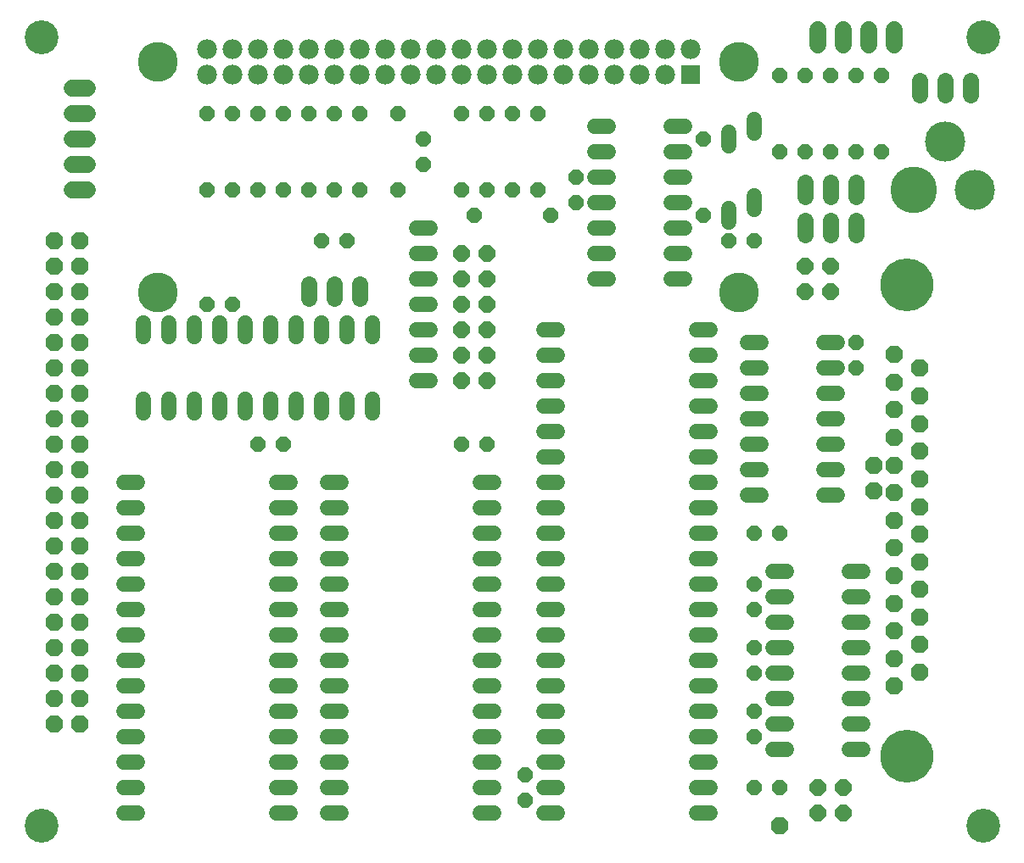
<source format=gbs>
G75*
%MOIN*%
%OFA0B0*%
%FSLAX24Y24*%
%IPPOS*%
%LPD*%
%AMOC8*
5,1,8,0,0,1.08239X$1,22.5*
%
%ADD10C,0.1330*%
%ADD11OC8,0.0600*%
%ADD12C,0.0600*%
%ADD13C,0.0640*%
%ADD14OC8,0.0640*%
%ADD15C,0.0680*%
%ADD16OC8,0.0680*%
%ADD17C,0.2080*%
%ADD18R,0.0780X0.0780*%
%ADD19C,0.0780*%
%ADD20C,0.1563*%
%ADD21C,0.1830*%
%ADD22C,0.1580*%
D10*
X001680Y001680D03*
X038680Y001680D03*
X038680Y032680D03*
X001680Y032680D03*
D11*
X008180Y029680D03*
X009180Y029680D03*
X010180Y029680D03*
X011180Y029680D03*
X012180Y029680D03*
X013180Y029680D03*
X014180Y029680D03*
X015680Y029680D03*
X016680Y028680D03*
X016680Y027680D03*
X015680Y026680D03*
X014180Y026680D03*
X013180Y026680D03*
X012180Y026680D03*
X011180Y026680D03*
X010180Y026680D03*
X009180Y026680D03*
X008180Y026680D03*
X012680Y024680D03*
X013680Y024680D03*
X009180Y022180D03*
X008180Y022180D03*
X010180Y016680D03*
X011180Y016680D03*
X018180Y016680D03*
X019180Y016680D03*
X028680Y024680D03*
X029680Y024680D03*
X027680Y025680D03*
X030680Y028180D03*
X031680Y028180D03*
X032680Y028180D03*
X033680Y028180D03*
X034680Y028180D03*
X034680Y031180D03*
X033680Y031180D03*
X032680Y031180D03*
X031680Y031180D03*
X030680Y031180D03*
X027680Y028680D03*
X022680Y027180D03*
X022680Y026180D03*
X021680Y025680D03*
X021180Y026680D03*
X020180Y026680D03*
X019180Y026680D03*
X018180Y026680D03*
X018680Y025680D03*
X018180Y029680D03*
X019180Y029680D03*
X020180Y029680D03*
X021180Y029680D03*
X033680Y020680D03*
X033680Y019680D03*
X030680Y013180D03*
X029680Y013180D03*
X029680Y011180D03*
X029680Y010180D03*
X029680Y008680D03*
X029680Y007680D03*
X029680Y006180D03*
X029680Y005180D03*
X029680Y003180D03*
X030680Y003180D03*
X020680Y002680D03*
X020680Y003680D03*
D12*
X021420Y003180D02*
X021940Y003180D01*
X021940Y002180D02*
X021420Y002180D01*
X019440Y002180D02*
X018920Y002180D01*
X018920Y003180D02*
X019440Y003180D01*
X019440Y004180D02*
X018920Y004180D01*
X018920Y005180D02*
X019440Y005180D01*
X019440Y006180D02*
X018920Y006180D01*
X018920Y007180D02*
X019440Y007180D01*
X019440Y008180D02*
X018920Y008180D01*
X018920Y009180D02*
X019440Y009180D01*
X019440Y010180D02*
X018920Y010180D01*
X018920Y011180D02*
X019440Y011180D01*
X019440Y012180D02*
X018920Y012180D01*
X018920Y013180D02*
X019440Y013180D01*
X019440Y014180D02*
X018920Y014180D01*
X018920Y015180D02*
X019440Y015180D01*
X021420Y015180D02*
X021940Y015180D01*
X021940Y014180D02*
X021420Y014180D01*
X021420Y013180D02*
X021940Y013180D01*
X021940Y012180D02*
X021420Y012180D01*
X021420Y011180D02*
X021940Y011180D01*
X021940Y010180D02*
X021420Y010180D01*
X021420Y009180D02*
X021940Y009180D01*
X021940Y008180D02*
X021420Y008180D01*
X021420Y007180D02*
X021940Y007180D01*
X021940Y006180D02*
X021420Y006180D01*
X021420Y005180D02*
X021940Y005180D01*
X021940Y004180D02*
X021420Y004180D01*
X027420Y004180D02*
X027940Y004180D01*
X027940Y003180D02*
X027420Y003180D01*
X027420Y002180D02*
X027940Y002180D01*
X030420Y004680D02*
X030940Y004680D01*
X030940Y005680D02*
X030420Y005680D01*
X030420Y006680D02*
X030940Y006680D01*
X030940Y007680D02*
X030420Y007680D01*
X030420Y008680D02*
X030940Y008680D01*
X030940Y009680D02*
X030420Y009680D01*
X030420Y010680D02*
X030940Y010680D01*
X030940Y011680D02*
X030420Y011680D01*
X027940Y011180D02*
X027420Y011180D01*
X027420Y012180D02*
X027940Y012180D01*
X027940Y013180D02*
X027420Y013180D01*
X027420Y014180D02*
X027940Y014180D01*
X027940Y015180D02*
X027420Y015180D01*
X027420Y016180D02*
X027940Y016180D01*
X027940Y017180D02*
X027420Y017180D01*
X027420Y018180D02*
X027940Y018180D01*
X027940Y019180D02*
X027420Y019180D01*
X027420Y020180D02*
X027940Y020180D01*
X027940Y021180D02*
X027420Y021180D01*
X029420Y020680D02*
X029940Y020680D01*
X029940Y019680D02*
X029420Y019680D01*
X029420Y018680D02*
X029940Y018680D01*
X029940Y017680D02*
X029420Y017680D01*
X029420Y016680D02*
X029940Y016680D01*
X029940Y015680D02*
X029420Y015680D01*
X029420Y014680D02*
X029940Y014680D01*
X032420Y014680D02*
X032940Y014680D01*
X032940Y015680D02*
X032420Y015680D01*
X032420Y016680D02*
X032940Y016680D01*
X032940Y017680D02*
X032420Y017680D01*
X032420Y018680D02*
X032940Y018680D01*
X032940Y019680D02*
X032420Y019680D01*
X032420Y020680D02*
X032940Y020680D01*
X028680Y025420D02*
X028680Y025940D01*
X029680Y025920D02*
X029680Y026440D01*
X028680Y028420D02*
X028680Y028940D01*
X029680Y028920D02*
X029680Y029440D01*
X026940Y029180D02*
X026420Y029180D01*
X026420Y028180D02*
X026940Y028180D01*
X026940Y027180D02*
X026420Y027180D01*
X026420Y026180D02*
X026940Y026180D01*
X026940Y025180D02*
X026420Y025180D01*
X026420Y024180D02*
X026940Y024180D01*
X026940Y023180D02*
X026420Y023180D01*
X023940Y023180D02*
X023420Y023180D01*
X023420Y024180D02*
X023940Y024180D01*
X023940Y025180D02*
X023420Y025180D01*
X023420Y026180D02*
X023940Y026180D01*
X023940Y027180D02*
X023420Y027180D01*
X023420Y028180D02*
X023940Y028180D01*
X023940Y029180D02*
X023420Y029180D01*
X016940Y025180D02*
X016420Y025180D01*
X016420Y024180D02*
X016940Y024180D01*
X016940Y023180D02*
X016420Y023180D01*
X016420Y022180D02*
X016940Y022180D01*
X016940Y021180D02*
X016420Y021180D01*
X016420Y020180D02*
X016940Y020180D01*
X016940Y019180D02*
X016420Y019180D01*
X014680Y018440D02*
X014680Y017920D01*
X013680Y017920D02*
X013680Y018440D01*
X012680Y018440D02*
X012680Y017920D01*
X011680Y017920D02*
X011680Y018440D01*
X010680Y018440D02*
X010680Y017920D01*
X009680Y017920D02*
X009680Y018440D01*
X008680Y018440D02*
X008680Y017920D01*
X007680Y017920D02*
X007680Y018440D01*
X006680Y018440D02*
X006680Y017920D01*
X005680Y017920D02*
X005680Y018440D01*
X005680Y020920D02*
X005680Y021440D01*
X006680Y021440D02*
X006680Y020920D01*
X007680Y020920D02*
X007680Y021440D01*
X008680Y021440D02*
X008680Y020920D01*
X009680Y020920D02*
X009680Y021440D01*
X010680Y021440D02*
X010680Y020920D01*
X011680Y020920D02*
X011680Y021440D01*
X012680Y021440D02*
X012680Y020920D01*
X013680Y020920D02*
X013680Y021440D01*
X014680Y021440D02*
X014680Y020920D01*
X021420Y021180D02*
X021940Y021180D01*
X021940Y020180D02*
X021420Y020180D01*
X021420Y019180D02*
X021940Y019180D01*
X021940Y018180D02*
X021420Y018180D01*
X021420Y017180D02*
X021940Y017180D01*
X021940Y016180D02*
X021420Y016180D01*
X027420Y010180D02*
X027940Y010180D01*
X027940Y009180D02*
X027420Y009180D01*
X027420Y008180D02*
X027940Y008180D01*
X027940Y007180D02*
X027420Y007180D01*
X027420Y006180D02*
X027940Y006180D01*
X027940Y005180D02*
X027420Y005180D01*
X033420Y004680D02*
X033940Y004680D01*
X033940Y005680D02*
X033420Y005680D01*
X033420Y006680D02*
X033940Y006680D01*
X033940Y007680D02*
X033420Y007680D01*
X033420Y008680D02*
X033940Y008680D01*
X033940Y009680D02*
X033420Y009680D01*
X033420Y010680D02*
X033940Y010680D01*
X033940Y011680D02*
X033420Y011680D01*
X013440Y011180D02*
X012920Y011180D01*
X012920Y012180D02*
X013440Y012180D01*
X013440Y013180D02*
X012920Y013180D01*
X012920Y014180D02*
X013440Y014180D01*
X013440Y015180D02*
X012920Y015180D01*
X011440Y015180D02*
X010920Y015180D01*
X010920Y014180D02*
X011440Y014180D01*
X011440Y013180D02*
X010920Y013180D01*
X010920Y012180D02*
X011440Y012180D01*
X011440Y011180D02*
X010920Y011180D01*
X010920Y010180D02*
X011440Y010180D01*
X011440Y009180D02*
X010920Y009180D01*
X010920Y008180D02*
X011440Y008180D01*
X011440Y007180D02*
X010920Y007180D01*
X010920Y006180D02*
X011440Y006180D01*
X011440Y005180D02*
X010920Y005180D01*
X010920Y004180D02*
X011440Y004180D01*
X011440Y003180D02*
X010920Y003180D01*
X010920Y002180D02*
X011440Y002180D01*
X012920Y002180D02*
X013440Y002180D01*
X013440Y003180D02*
X012920Y003180D01*
X012920Y004180D02*
X013440Y004180D01*
X013440Y005180D02*
X012920Y005180D01*
X012920Y006180D02*
X013440Y006180D01*
X013440Y007180D02*
X012920Y007180D01*
X012920Y008180D02*
X013440Y008180D01*
X013440Y009180D02*
X012920Y009180D01*
X012920Y010180D02*
X013440Y010180D01*
X005440Y010180D02*
X004920Y010180D01*
X004920Y009180D02*
X005440Y009180D01*
X005440Y008180D02*
X004920Y008180D01*
X004920Y007180D02*
X005440Y007180D01*
X005440Y006180D02*
X004920Y006180D01*
X004920Y005180D02*
X005440Y005180D01*
X005440Y004180D02*
X004920Y004180D01*
X004920Y003180D02*
X005440Y003180D01*
X005440Y002180D02*
X004920Y002180D01*
X004920Y011180D02*
X005440Y011180D01*
X005440Y012180D02*
X004920Y012180D01*
X004920Y013180D02*
X005440Y013180D01*
X005440Y014180D02*
X004920Y014180D01*
X004920Y015180D02*
X005440Y015180D01*
D13*
X012180Y022400D02*
X012180Y022960D01*
X013180Y022960D02*
X013180Y022400D01*
X014180Y022400D02*
X014180Y022960D01*
X031680Y024900D02*
X031680Y025460D01*
X031680Y026400D02*
X031680Y026960D01*
X032680Y026960D02*
X032680Y026400D01*
X032680Y025460D02*
X032680Y024900D01*
X033680Y024900D02*
X033680Y025460D01*
X033680Y026400D02*
X033680Y026960D01*
X036180Y030400D02*
X036180Y030960D01*
X037180Y030960D02*
X037180Y030400D01*
X038180Y030400D02*
X038180Y030960D01*
D14*
X032680Y023680D03*
X032680Y022680D03*
X031680Y022680D03*
X031680Y023680D03*
X019180Y023180D03*
X018180Y023180D03*
X018180Y022180D03*
X019180Y022180D03*
X019180Y021180D03*
X018180Y021180D03*
X018180Y020180D03*
X019180Y020180D03*
X019180Y019180D03*
X018180Y019180D03*
X018180Y024180D03*
X019180Y024180D03*
X032180Y003180D03*
X033180Y003180D03*
X033180Y002180D03*
X032180Y002180D03*
D15*
X003480Y026680D02*
X002880Y026680D01*
X002880Y027680D02*
X003480Y027680D01*
X003480Y028680D02*
X002880Y028680D01*
X002880Y029680D02*
X003480Y029680D01*
X003480Y030680D02*
X002880Y030680D01*
X032180Y032380D02*
X032180Y032980D01*
X033180Y032980D02*
X033180Y032380D01*
X034180Y032380D02*
X034180Y032980D01*
X035180Y032980D02*
X035180Y032380D01*
D16*
X035180Y020200D03*
X036180Y019660D03*
X035180Y019110D03*
X036180Y018570D03*
X035180Y018030D03*
X036180Y017480D03*
X035180Y016940D03*
X036180Y016400D03*
X035180Y015850D03*
X034380Y015830D03*
X034380Y014830D03*
X035180Y014770D03*
X036180Y015310D03*
X036180Y014220D03*
X035180Y013680D03*
X036180Y013140D03*
X035180Y012590D03*
X036180Y012050D03*
X035180Y011510D03*
X036180Y010960D03*
X035180Y010420D03*
X036180Y009880D03*
X035180Y009330D03*
X036180Y008790D03*
X035180Y008250D03*
X036180Y007700D03*
X035180Y007160D03*
X030680Y001680D03*
X003180Y005680D03*
X002180Y005680D03*
X002180Y006680D03*
X003180Y006680D03*
X003180Y007680D03*
X002180Y007680D03*
X002180Y008680D03*
X003180Y008680D03*
X003180Y009680D03*
X002180Y009680D03*
X002180Y010680D03*
X003180Y010680D03*
X003180Y011680D03*
X002180Y011680D03*
X002180Y012680D03*
X003180Y012680D03*
X003180Y013680D03*
X002180Y013680D03*
X002180Y014680D03*
X003180Y014680D03*
X003180Y015680D03*
X002180Y015680D03*
X002180Y016680D03*
X003180Y016680D03*
X003180Y017680D03*
X002180Y017680D03*
X002180Y018680D03*
X003180Y018680D03*
X003180Y019680D03*
X002180Y019680D03*
X002180Y020680D03*
X003180Y020680D03*
X003180Y021680D03*
X003180Y022680D03*
X002180Y022680D03*
X002180Y021680D03*
X002180Y023680D03*
X003180Y023680D03*
X003180Y024680D03*
X002180Y024680D03*
D17*
X035680Y022940D03*
X035680Y004420D03*
D18*
X027180Y031208D03*
D19*
X026180Y031208D03*
X026180Y032208D03*
X027180Y032208D03*
X025180Y032208D03*
X024180Y032208D03*
X023180Y032208D03*
X022180Y032208D03*
X021180Y032208D03*
X020180Y032208D03*
X019180Y032208D03*
X018180Y032208D03*
X017180Y032208D03*
X016180Y032208D03*
X015180Y032208D03*
X014180Y032208D03*
X013180Y032208D03*
X012180Y032208D03*
X011180Y032208D03*
X010180Y032208D03*
X009180Y032208D03*
X008180Y032208D03*
X008180Y031208D03*
X009180Y031208D03*
X010180Y031208D03*
X011180Y031208D03*
X012180Y031208D03*
X013180Y031208D03*
X014180Y031208D03*
X015180Y031208D03*
X016180Y031208D03*
X017180Y031208D03*
X018180Y031208D03*
X019180Y031208D03*
X020180Y031208D03*
X021180Y031208D03*
X022180Y031208D03*
X023180Y031208D03*
X024180Y031208D03*
X025180Y031208D03*
D20*
X029097Y031708D03*
X029097Y022652D03*
X006263Y022652D03*
X006263Y031708D03*
D21*
X035960Y026680D03*
D22*
X037180Y028570D03*
X038361Y026680D03*
M02*

</source>
